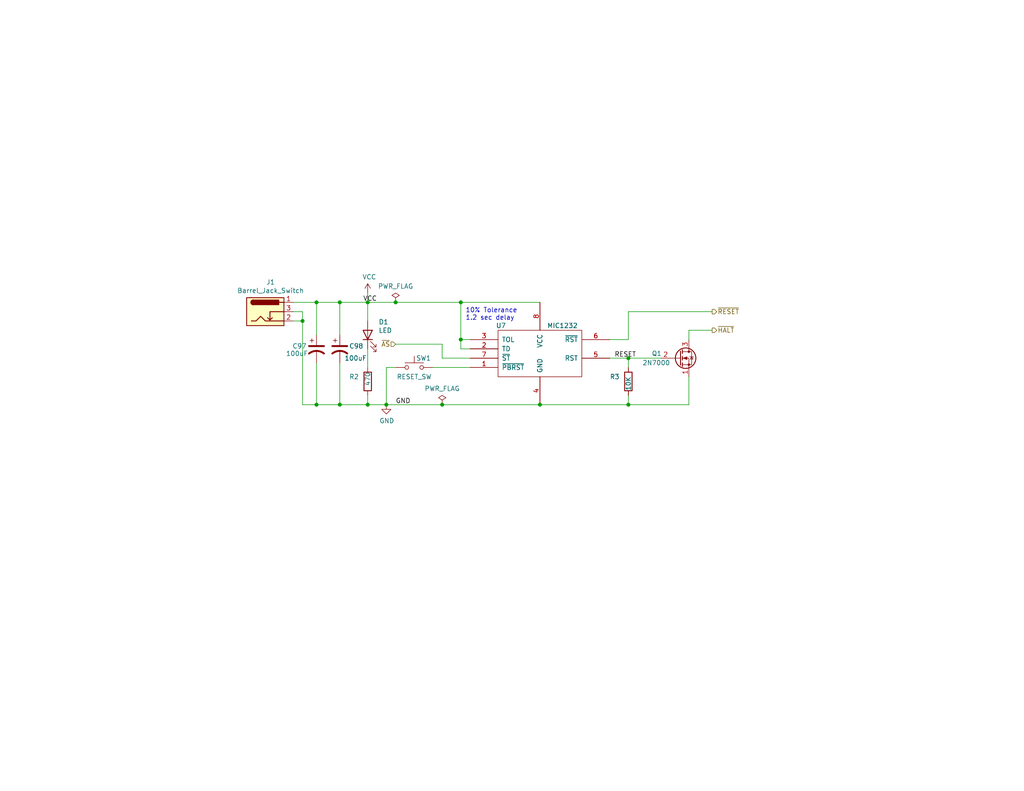
<source format=kicad_sch>
(kicad_sch (version 20231120) (generator "eeschema") (generator_version "8.0")
  (paper "A")
  (title_block (title "BITSY Mark I - An MC68000 Single Board Computer") (date "2025-06-12") (rev "V1B") (comment 1 "Licensed under CC-BY-SA-NC 4.0.") (comment 2 "https://github.com/codesmythe/BITSY_MK_I") (comment 3 "© 2025 Rob Gowin") (comment 4 "BITSY Mark I is a single board computer based around an MC68000 CPU."))
  (lib_symbols
    (symbol "Connector:Barrel_Jack_Switch" (pin_names hide)
      (property "Reference" "J" (at 0 5.334 0))
      (property "Value" "Barrel_Jack_Switch" (at 0 -5.08 0))
      (symbol "Barrel_Jack_Switch_0_1"
        (rectangle (start -5.08 3.81) (end 5.08 -3.81) (stroke (width 0.254)) (fill (type background)))
        (arc (start -3.302 3.175) (mid -3.9343 2.54) (end -3.302 1.905) (stroke (width 0.254)))
        (arc (start -3.302 3.175) (mid -3.9343 2.54) (end -3.302 1.905) (stroke (width 0.254)) (fill (type outline)))
        (polyline (pts (xy 1.27 -2.286) (xy 1.905 -1.651)) (stroke (width 0.254)))
        (polyline (pts (xy 5.08 2.54) (xy 3.81 2.54)) (stroke (width 0.254)))
        (polyline (pts (xy 5.08 0) (xy 1.27 0) (xy 1.27 -2.286) (xy 0.635 -1.651)) (stroke (width 0.254)))
        (polyline (pts (xy -3.81 -2.54) (xy -2.54 -2.54) (xy -1.27 -1.27) (xy 0 -2.54) (xy 2.54 -2.54) (xy 5.08 -2.54)) (stroke (width 0.254)))
        (rectangle (start 3.683 3.175) (end -3.302 1.905) (stroke (width 0.254)) (fill (type outline)))
      )
      (symbol "Barrel_Jack_Switch_1_1"
        (pin passive line (at 7.62 2.54 180) (length 2.54) (name "~") (number "1"))
        (pin passive line (at 7.62 -2.54 180) (length 2.54) (name "~") (number "2"))
        (pin passive line (at 7.62 0 180) (length 2.54) (name "~") (number "3"))
      )
    )
    (symbol "Device:C_Polarized_US" (pin_numbers hide) (pin_names (offset 0.254) hide)
      (property "Reference" "C" (at 0.635 2.54 0))
      (property "Value" "C_Polarized_US" (at 0.635 -2.54 0))
      (symbol "C_Polarized_US_0_1"
        (polyline (pts (xy -2.032 0.762) (xy 2.032 0.762)) (stroke (width 0.508)))
        (polyline (pts (xy -1.778 2.286) (xy -0.762 2.286)))
        (polyline (pts (xy -1.27 1.778) (xy -1.27 2.794)))
        (arc (start 2.032 -1.27) (mid 0 -0.5572) (end -2.032 -1.27) (stroke (width 0.508)))
      )
      (symbol "C_Polarized_US_1_1"
        (pin passive line (at 0 3.81 270) (length 2.794) (name "~") (number "1"))
        (pin passive line (at 0 -3.81 90) (length 3.302) (name "~") (number "2"))
      )
    )
    (symbol "Device:LED" (pin_numbers hide) (pin_names (offset 1.016) hide)
      (property "Reference" "D" (at 0 2.54 0))
      (property "Value" "LED" (at 0 -2.54 0))
      (symbol "LED_0_1"
        (polyline (pts (xy -1.27 -1.27) (xy -1.27 1.27)) (stroke (width 0.254)))
        (polyline (pts (xy -1.27 0) (xy 1.27 0)))
        (polyline (pts (xy 1.27 -1.27) (xy 1.27 1.27) (xy -1.27 0) (xy 1.27 -1.27)) (stroke (width 0.254)))
        (polyline (pts (xy -3.048 -0.762) (xy -4.572 -2.286) (xy -3.81 -2.286) (xy -4.572 -2.286) (xy -4.572 -1.524)))
        (polyline (pts (xy -1.778 -0.762) (xy -3.302 -2.286) (xy -2.54 -2.286) (xy -3.302 -2.286) (xy -3.302 -1.524)))
      )
      (symbol "LED_1_1"
        (pin passive line (at -3.81 0 0) (length 2.54) (name "K") (number "1"))
        (pin passive line (at 3.81 0 180) (length 2.54) (name "A") (number "2"))
      )
    )
    (symbol "Device:R" (pin_numbers hide) (pin_names (offset 0))
      (property "Reference" "R" (at 2.032 0 90))
      (property "Value" "R" (at 0 0 90))
      (symbol "R_0_1"
        (rectangle (start -1.016 -2.54) (end 1.016 2.54) (stroke (width 0.254)))
      )
      (symbol "R_1_1"
        (pin passive line (at 0 3.81 270) (length 1.27) (name "~") (number "1"))
        (pin passive line (at 0 -3.81 90) (length 1.27) (name "~") (number "2"))
      )
    )
    (symbol "MIC1232:MIC1232" (pin_names (offset 1.016))
      (property "Reference" "U" (at 0 -2.54 0))
      (property "Value" "MIC1232" (at 0 2.54 0))
      (symbol "MIC1232_1_0"
        (rectangle (start -11.43 8.89) (end 11.43 -3.81))
      )
      (symbol "MIC1232_1_1"
        (pin input line (at -19.05 -1.27 0) (length 7.62) (name "~{PBRST}") (number "1"))
        (pin input line (at -19.05 3.81 0) (length 7.62) (name "TD") (number "2"))
        (pin input line (at -19.05 6.35 0) (length 7.62) (name "TOL") (number "3"))
        (pin power_in line (at 0 -11.43 90) (length 7.62) (name "GND") (number "4"))
        (pin output line (at 19.05 1.27 180) (length 7.62) (name "RST") (number "5"))
        (pin open_collector line (at 19.05 6.35 180) (length 7.62) (name "~{RST}") (number "6"))
        (pin input line (at -19.05 1.27 0) (length 7.62) (name "~{ST}") (number "7"))
        (pin power_in line (at 0 16.51 270) (length 7.62) (name "VCC") (number "8"))
      )
    )
    (symbol "Switch:SW_Push" (pin_numbers hide) (pin_names (offset 1.016) hide)
      (property "Reference" "SW" (at 1.27 2.54 0))
      (property "Value" "SW_Push" (at 0 -1.524 0))
      (symbol "SW_Push_0_1"
        (circle (center -2.032 0) (radius 0.508))
        (polyline (pts (xy 0 1.27) (xy 0 3.048)))
        (polyline (pts (xy 2.54 1.27) (xy -2.54 1.27)))
        (circle (center 2.032 0) (radius 0.508))
        (pin passive line (at -5.08 0 0) (length 2.54) (name "1") (number "1"))
        (pin passive line (at 5.08 0 180) (length 2.54) (name "2") (number "2"))
      )
    )
    (symbol "Transistor_FET:2N7000" (pin_names hide)
      (property "Reference" "Q" (at 5.08 1.905 0))
      (property "Value" "2N7000" (at 5.08 0 0))
      (symbol "2N7000_0_1"
        (polyline (pts (xy 0.254 0) (xy -2.54 0)))
        (polyline (pts (xy 0.254 1.905) (xy 0.254 -1.905)) (stroke (width 0.254)))
        (polyline (pts (xy 0.762 -1.27) (xy 0.762 -2.286)) (stroke (width 0.254)))
        (polyline (pts (xy 0.762 0.508) (xy 0.762 -0.508)) (stroke (width 0.254)))
        (polyline (pts (xy 0.762 2.286) (xy 0.762 1.27)) (stroke (width 0.254)))
        (polyline (pts (xy 2.54 2.54) (xy 2.54 1.778)))
        (polyline (pts (xy 2.54 -2.54) (xy 2.54 0) (xy 0.762 0)))
        (polyline (pts (xy 0.762 -1.778) (xy 3.302 -1.778) (xy 3.302 1.778) (xy 0.762 1.778)))
        (polyline (pts (xy 1.016 0) (xy 2.032 0.381) (xy 2.032 -0.381) (xy 1.016 0)) (fill (type outline)))
        (polyline (pts (xy 2.794 0.508) (xy 2.921 0.381) (xy 3.683 0.381) (xy 3.81 0.254)))
        (polyline (pts (xy 3.302 0.381) (xy 2.921 -0.254) (xy 3.683 -0.254) (xy 3.302 0.381)))
        (circle (center 1.651 0) (radius 2.794) (stroke (width 0.254)))
        (circle (center 2.54 -1.778) (radius 0.254) (fill (type outline)))
        (circle (center 2.54 1.778) (radius 0.254) (fill (type outline)))
      )
      (symbol "2N7000_1_1"
        (pin passive line (at 2.54 -5.08 90) (length 2.54) (name "S") (number "1"))
        (pin input line (at -5.08 0 0) (length 2.54) (name "G") (number "2"))
        (pin passive line (at 2.54 5.08 270) (length 2.54) (name "D") (number "3"))
      )
    )
    (symbol "power:GND" (power) (pin_numbers hide) (pin_names (offset 0) hide)
      (property "Value" "GND" (at 0 -3.81 0))
      (symbol "GND_0_1"
        (polyline (pts (xy 0 0) (xy 0 -1.27) (xy 1.27 -1.27) (xy 0 -2.54) (xy -1.27 -1.27) (xy 0 -1.27)))
      )
      (symbol "GND_1_1"
        (pin power_in line (at 0 0 270) (length 0) (name "~") (number "1"))
      )
    )
    (symbol "power:PWR_FLAG" (power) (pin_numbers hide) (pin_names (offset 0) hide)
      (property "Value" "PWR_FLAG" (at 0 3.81 0))
      (symbol "PWR_FLAG_0_0"
        (pin power_out line (at 0 0 90) (length 0) (name "~") (number "1"))
      )
      (symbol "PWR_FLAG_0_1"
        (polyline (pts (xy 0 0) (xy 0 1.27) (xy -1.016 1.905) (xy 0 2.54) (xy 1.016 1.905) (xy 0 1.27)))
      )
    )
    (symbol "power:VCC" (power) (pin_numbers hide) (pin_names (offset 0) hide)
      (property "Value" "VCC" (at 0 3.556 0))
      (symbol "VCC_0_1"
        (polyline (pts (xy -0.762 1.27) (xy 0 2.54)))
        (polyline (pts (xy 0 0) (xy 0 2.54)))
        (polyline (pts (xy 0 2.54) (xy 0.762 1.27)))
      )
      (symbol "VCC_1_1"
        (pin power_in line (at 0 0 90) (length 0) (name "~") (number "1"))
      )
    )
  )
  (junction (at 147.32 110.49))
  (junction (at 92.71 82.55))
  (junction (at 86.36 110.49))
  (junction (at 105.41 110.49))
  (junction (at 125.73 92.71))
  (junction (at 120.65 110.49))
  (junction (at 100.33 82.55))
  (junction (at 171.45 110.49))
  (junction (at 86.36 82.55))
  (junction (at 100.33 110.49))
  (junction (at 125.73 82.55))
  (junction (at 82.55 87.63))
  (junction (at 107.95 82.55))
  (junction (at 92.71 110.49))
  (junction (at 171.45 97.79))
  (wire (pts (xy 125.73 82.55) (xy 147.32 82.55)))
  (wire (pts (xy 125.73 92.71) (xy 125.73 82.55)))
  (wire (pts (xy 80.01 85.09) (xy 82.55 85.09)))
  (wire (pts (xy 82.55 110.49) (xy 86.36 110.49)))
  (wire (pts (xy 80.01 87.63) (xy 82.55 87.63)))
  (wire (pts (xy 107.95 82.55) (xy 125.73 82.55)))
  (wire (pts (xy 100.33 107.95) (xy 100.33 110.49)))
  (wire (pts (xy 92.71 82.55) (xy 92.71 91.44)))
  (wire (pts (xy 187.96 90.17) (xy 194.31 90.17)))
  (wire (pts (xy 100.33 110.49) (xy 105.41 110.49)))
  (wire (pts (xy 107.95 100.33) (xy 105.41 100.33)))
  (wire (pts (xy 100.33 82.55) (xy 107.95 82.55)))
  (wire (pts (xy 147.32 110.49) (xy 171.45 110.49)))
  (wire (pts (xy 92.71 110.49) (xy 100.33 110.49)))
  (wire (pts (xy 100.33 82.55) (xy 100.33 87.63)))
  (wire (pts (xy 92.71 99.06) (xy 92.71 110.49)))
  (wire (pts (xy 86.36 99.06) (xy 86.36 110.49)))
  (wire (pts (xy 82.55 85.09) (xy 82.55 87.63)))
  (wire (pts (xy 107.95 93.98) (xy 120.65 93.98)))
  (wire (pts (xy 86.36 82.55) (xy 92.71 82.55)))
  (wire (pts (xy 100.33 95.25) (xy 100.33 100.33)))
  (wire (pts (xy 120.65 110.49) (xy 147.32 110.49)))
  (wire (pts (xy 120.65 93.98) (xy 120.65 97.79)))
  (wire (pts (xy 171.45 110.49) (xy 187.96 110.49)))
  (wire (pts (xy 92.71 82.55) (xy 100.33 82.55)))
  (wire (pts (xy 187.96 92.71) (xy 187.96 90.17)))
  (wire (pts (xy 118.11 100.33) (xy 128.27 100.33)))
  (wire (pts (xy 105.41 110.49) (xy 120.65 110.49)))
  (wire (pts (xy 171.45 92.71) (xy 171.45 85.09)))
  (wire (pts (xy 105.41 100.33) (xy 105.41 110.49)))
  (wire (pts (xy 166.37 92.71) (xy 171.45 92.71)))
  (wire (pts (xy 86.36 91.44) (xy 86.36 82.55)))
  (wire (pts (xy 171.45 97.79) (xy 180.34 97.79)))
  (wire (pts (xy 166.37 97.79) (xy 171.45 97.79)))
  (wire (pts (xy 80.01 82.55) (xy 86.36 82.55)))
  (wire (pts (xy 86.36 110.49) (xy 92.71 110.49)))
  (wire (pts (xy 171.45 100.33) (xy 171.45 97.79)))
  (wire (pts (xy 171.45 85.09) (xy 194.31 85.09)))
  (wire (pts (xy 120.65 97.79) (xy 128.27 97.79)))
  (wire (pts (xy 82.55 87.63) (xy 82.55 110.49)))
  (wire (pts (xy 128.27 92.71) (xy 125.73 92.71)))
  (wire (pts (xy 125.73 95.25) (xy 128.27 95.25)))
  (wire (pts (xy 171.45 107.95) (xy 171.45 110.49)))
  (wire (pts (xy 187.96 110.49) (xy 187.96 102.87)))
  (wire (pts (xy 125.73 92.71) (xy 125.73 95.25)))
  (wire (pts (xy 100.33 80.01) (xy 100.33 82.55)))
  (text "10% Tolerance\n1.2 sec delay" (at 127 87.63 0) (effects (font (size 1.27 1.27)) (justify left bottom)))
  (label "VCC" (at 99.06 82.55 0))
  (label "RESET" (at 167.64 97.79 0))
  (label "GND" (at 107.95 110.49 0))
  (hierarchical_label "~{AS}" (shape input) (at 107.95 93.98 180))
  (hierarchical_label "~{RESET}" (shape output) (at 194.31 85.09 0))
  (hierarchical_label "~{HALT}" (shape output) (at 194.31 90.17 0))
  (symbol (lib_id "Device:R") (at 171.45 104.14 0) (unit 1)
    (property "Reference" "R3" (at 166.37 102.87 0) (effects (justify left)))
    (property "Value" "10K" (at 171.45 106.68 90) (effects (justify left)))
    (property "Footprint" "Resistor_THT:R_Axial_DIN0207_L6.3mm_D2.5mm_P7.62mm_Horizontal" (effects (hide yes)))
    (property "Description" "10K ohm, axial, 1% tolerance, 1/4 W" (effects (hide yes)))
    (property "PartNum00" "603-MFR-25FTE52-10K" (effects (hide yes)))
    (property "PartVendor00" "Mouser" (effects (hide yes)))
  )
  (symbol (lib_id "Transistor_FET:2N7000") (at 185.42 97.79 0) (unit 1)
    (property "Reference" "Q1" (at 177.8 96.52 0) (effects (justify left)))
    (property "Value" "2N7000" (at 175.26 99.06 0) (effects (justify left)))
    (property "Footprint" "Package_TO_SOT_THT:TO-92_HandSolder" (effects (hide yes)))
    (property "Datasheet" "https://www.vishay.com/docs/70226/70226.pdf" (effects (hide yes)))
    (property "Description" "2N7000  MOSFET in TO92" (effects (hide yes)))
    (property "PartNum00" "512-2N7000" (effects (hide yes)))
    (property "PartVendor00" "Mouser" (effects (hide yes)))
  )
  (symbol (lib_id "power:PWR_FLAG") (at 120.65 110.49 0) (unit 1)
    (property "Reference" "#FLG0101" (effects (hide yes)))
    (property "Value" "PWR_FLAG" (at 120.65 106.0958 0))
    (property "Description" "Special symbol for telling ERC where power comes from" (effects (hide yes)))
  )
  (symbol (lib_id "power:PWR_FLAG") (at 107.95 82.55 0) (unit 1)
    (property "Reference" "#FLG0102" (effects (hide yes)))
    (property "Value" "PWR_FLAG" (at 107.95 78.1558 0))
    (property "Description" "Special symbol for telling ERC where power comes from" (effects (hide yes)))
  )
  (symbol (lib_id "Connector:Barrel_Jack_Switch") (at 72.39 85.09 0) (unit 1)
    (property "Reference" "J1" (at 73.8378 77.0382 0))
    (property "Value" "Barrel_Jack_Switch" (at 73.8378 79.3496 0))
    (property "Footprint" "Connector_BarrelJack:BarrelJack_Horizontal" (effects (hide yes)))
    (property "Description" "DC Barrel Jack" (effects (hide yes)))
    (property "PartNum00" "490-PJ-002A" (effects (hide yes)))
    (property "PartVendor00" "Mouser" (effects (hide yes)))
  )
  (symbol (lib_id "Device:R") (at 100.33 104.14 0) (unit 1)
    (property "Reference" "R2" (at 95.25 102.87 0) (effects (justify left)))
    (property "Value" "470" (at 100.33 105.41 90) (effects (justify left)))
    (property "Footprint" "Resistor_THT:R_Axial_DIN0207_L6.3mm_D2.5mm_P7.62mm_Horizontal" (effects (hide yes)))
    (property "Description" "470 ohm, axial, 1% tolerance, 1/4 W" (effects (hide yes)))
    (property "PartNum00" "603-MFR-25FTE52-470R" (effects (hide yes)))
    (property "PartVendor00" "Mouser" (effects (hide yes)))
  )
  (symbol (lib_id "Device:LED") (at 100.33 91.44 90) (unit 1)
    (property "Reference" "D1" (at 103.3018 87.9094 90) (effects (justify right)))
    (property "Value" "LED" (at 103.3018 90.2208 90) (effects (justify right)))
    (property "Footprint" "LED_THT:LED_D5.0mm" (effects (hide yes)))
    (property "Description" "Green LED, through hole, 5 mm pitch" (effects (hide yes)))
    (property "PartNum00" "696-SSL-LX5093GT" (effects (hide yes)))
    (property "PartVendor00" "Mouser" (effects (hide yes)))
  )
  (symbol (lib_id "Switch:SW_Push") (at 113.03 100.33 0) (unit 1)
    (property "Reference" "SW1" (at 115.57 97.79 0))
    (property "Value" "RESET_SW" (at 113.03 102.87 0))
    (property "Footprint" "Button_Switch_THT:SW_PUSH_6mm" (effects (hide yes)))
    (property "Description" "Push button switch" (effects (hide yes)))
    (property "PartNum00" "179-TS026655BK160LCR" (effects (hide yes)))
    (property "PartVendor00" "Mouser" (effects (hide yes)))
  )
  (symbol (lib_id "power:VCC") (at 100.33 80.01 0) (unit 1)
    (property "Reference" "#PWR0164" (effects (hide yes)))
    (property "Value" "VCC" (at 100.7618 75.6158 0))
    (property "Description" "Power symbol creates a global label with name \"VCC\"" (effects (hide yes)))
  )
  (symbol (lib_id "power:GND") (at 105.41 110.49 0) (unit 1)
    (property "Reference" "#PWR0165" (effects (hide yes)))
    (property "Value" "GND" (at 105.537 114.8842 0))
    (property "Description" "Power symbol creates a global label with name \"GND\" , ground" (effects (hide yes)))
  )
  (symbol (lib_id "MIC1232:MIC1232") (at 147.32 99.06 0) (unit 1)
    (property "Reference" "U7" (at 135.3059 88.9 0) (effects (justify left)))
    (property "Value" "MIC1232" (at 149.2759 88.9 0) (effects (justify left)))
    (property "Footprint" "Package_DIP:DIP-8_W7.62mm_Socket_LongPads" (effects (hide yes)))
    (property "Datasheet" "DOCUMENTATION" (effects (hide yes)))
    (property "Description" "MIC1232 CPU Supervisor in 8-pin DIP" (effects (hide yes)))
    (property "PartNum00" "998-MIC1232NY" (effects (hide yes)))
    (property "PartNum01" "571-1-2199298-2" (effects (hide yes)))
    (property "PartVendor00" "Mouser" (effects (hide yes)))
    (property "PartVendor01" "Mouser" (effects (hide yes)))
  )
  (symbol (lib_id "Device:C_Polarized_US") (at 92.71 95.25 0) (unit 1)
    (property "Reference" "C98" (at 95.25 94.488 0) (effects (justify left)))
    (property "Value" "100uF" (at 93.98 97.79 0) (effects (justify left)))
    (property "Footprint" "Capacitor_THT:CP_Radial_Tantal_D4.5mm_P2.50mm" (effects (hide yes)))
    (property "Description" "Electrolytic Capacitor, Radial, 16V, 100uF, 5D, 2.5P" (effects (hide yes)))
    (property "PartNum00" "667-ECA-1CM101I" (effects (hide yes)))
    (property "PartVendor00" "Mouser" (effects (hide yes)))
  )
  (symbol (lib_id "Device:C_Polarized_US") (at 86.36 95.25 0) (unit 1)
    (property "Reference" "C97" (at 79.756 94.488 0) (effects (justify left)))
    (property "Value" "100uF" (at 77.978 96.52 0) (effects (justify left)))
    (property "Footprint" "Capacitor_THT:CP_Radial_Tantal_D4.5mm_P2.50mm" (effects (hide yes)))
    (property "Description" "Electrolytic Capacitor, Radial, 16V, 100uF, 5D, 2.5P" (effects (hide yes)))
    (property "PartNum00" "667-ECA-1CM101I" (effects (hide yes)))
    (property "PartVendor00" "Mouser" (effects (hide yes)))
  )
)
</source>
